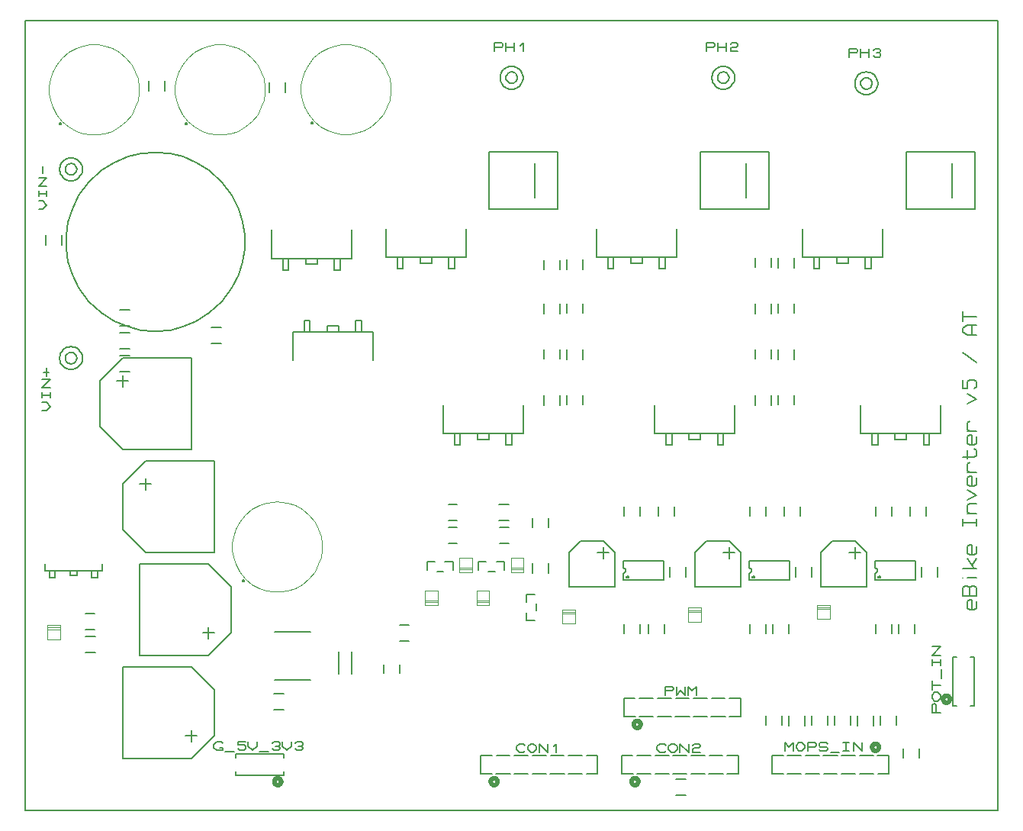
<source format=gbr>
G04 PROTEUS GERBER X2 FILE*
%TF.GenerationSoftware,Labcenter,Proteus,8.7-SP3-Build25561*%
%TF.CreationDate,2021-07-01T20:15:02+00:00*%
%TF.FileFunction,Legend,Top*%
%TF.FilePolarity,Positive*%
%TF.Part,Single*%
%TF.SameCoordinates,{0ff4b75a-929f-468c-805a-ac40d57636d7}*%
%FSLAX45Y45*%
%MOMM*%
G01*
%TA.AperFunction,Profile*%
%ADD39C,0.203200*%
%TA.AperFunction,Material*%
%ADD43C,0.203200*%
%ADD44C,0.101600*%
%ADD45C,0.200000*%
%ADD46C,0.508000*%
%ADD47C,0.152400*%
%ADD48C,0.120000*%
%TD.AperFunction*%
D39*
X-1079500Y-6413500D02*
X+9715500Y-6413500D01*
X+9715500Y+2349500D01*
X-1079500Y+2349500D01*
X-1079500Y-6413500D01*
D43*
X+6413500Y+254000D02*
X+7175500Y+254000D01*
X+7175500Y+889000D01*
X+6413500Y+889000D01*
X+6413500Y+254000D01*
X+6921500Y+762000D02*
X+6921500Y+381000D01*
X+8699500Y+254000D02*
X+9461500Y+254000D01*
X+9461500Y+889000D01*
X+8699500Y+889000D01*
X+8699500Y+254000D01*
X+9207500Y+762000D02*
X+9207500Y+381000D01*
X+4064000Y+254000D02*
X+4826000Y+254000D01*
X+4826000Y+889000D01*
X+4064000Y+889000D01*
X+4064000Y+254000D01*
X+4572000Y+762000D02*
X+4572000Y+381000D01*
X+4445000Y+1714500D02*
X+4444573Y+1724909D01*
X+4441101Y+1745728D01*
X+4433845Y+1766547D01*
X+4422017Y+1787366D01*
X+4403920Y+1808024D01*
X+4383101Y+1823545D01*
X+4362282Y+1833530D01*
X+4341463Y+1839314D01*
X+4320644Y+1841472D01*
X+4318000Y+1841500D01*
X+4191000Y+1714500D02*
X+4191427Y+1724909D01*
X+4194899Y+1745728D01*
X+4202155Y+1766547D01*
X+4213983Y+1787366D01*
X+4232080Y+1808024D01*
X+4252899Y+1823545D01*
X+4273718Y+1833530D01*
X+4294537Y+1839314D01*
X+4315356Y+1841472D01*
X+4318000Y+1841500D01*
X+4191000Y+1714500D02*
X+4191427Y+1704091D01*
X+4194899Y+1683272D01*
X+4202155Y+1662453D01*
X+4213983Y+1641634D01*
X+4232080Y+1620976D01*
X+4252899Y+1605455D01*
X+4273718Y+1595470D01*
X+4294537Y+1589686D01*
X+4315356Y+1587528D01*
X+4318000Y+1587500D01*
X+4445000Y+1714500D02*
X+4444573Y+1704091D01*
X+4441101Y+1683272D01*
X+4433845Y+1662453D01*
X+4422017Y+1641634D01*
X+4403920Y+1620976D01*
X+4383101Y+1605455D01*
X+4362282Y+1595470D01*
X+4341463Y+1589686D01*
X+4320644Y+1587528D01*
X+4318000Y+1587500D01*
X+4381500Y+1714500D02*
X+4381283Y+1719747D01*
X+4379518Y+1730242D01*
X+4375826Y+1740737D01*
X+4369798Y+1751232D01*
X+4360576Y+1761612D01*
X+4350081Y+1769300D01*
X+4339586Y+1774218D01*
X+4329091Y+1777024D01*
X+4318596Y+1777997D01*
X+4318000Y+1778000D01*
X+4254500Y+1714500D02*
X+4254717Y+1719747D01*
X+4256482Y+1730242D01*
X+4260174Y+1740737D01*
X+4266202Y+1751232D01*
X+4275424Y+1761612D01*
X+4285919Y+1769300D01*
X+4296414Y+1774218D01*
X+4306909Y+1777024D01*
X+4317404Y+1777997D01*
X+4318000Y+1778000D01*
X+4254500Y+1714500D02*
X+4254717Y+1709253D01*
X+4256482Y+1698758D01*
X+4260174Y+1688263D01*
X+4266202Y+1677768D01*
X+4275424Y+1667388D01*
X+4285919Y+1659700D01*
X+4296414Y+1654782D01*
X+4306909Y+1651976D01*
X+4317404Y+1651003D01*
X+4318000Y+1651000D01*
X+4381500Y+1714500D02*
X+4381283Y+1709253D01*
X+4379518Y+1698758D01*
X+4375826Y+1688263D01*
X+4369798Y+1677768D01*
X+4360576Y+1667388D01*
X+4350081Y+1659700D01*
X+4339586Y+1654782D01*
X+4329091Y+1651976D01*
X+4318596Y+1651003D01*
X+4318000Y+1651000D01*
X+4127500Y+2009140D02*
X+4127500Y+2100580D01*
X+4206875Y+2100580D01*
X+4222750Y+2085340D01*
X+4222750Y+2070100D01*
X+4206875Y+2054860D01*
X+4127500Y+2054860D01*
X+4254500Y+2009140D02*
X+4254500Y+2100580D01*
X+4349750Y+2100580D02*
X+4349750Y+2009140D01*
X+4254500Y+2054860D02*
X+4349750Y+2054860D01*
X+4413250Y+2070100D02*
X+4445000Y+2100580D01*
X+4445000Y+2009140D01*
X+6794500Y+1714500D02*
X+6794073Y+1724909D01*
X+6790601Y+1745728D01*
X+6783345Y+1766547D01*
X+6771517Y+1787366D01*
X+6753420Y+1808024D01*
X+6732601Y+1823545D01*
X+6711782Y+1833530D01*
X+6690963Y+1839314D01*
X+6670144Y+1841472D01*
X+6667500Y+1841500D01*
X+6540500Y+1714500D02*
X+6540927Y+1724909D01*
X+6544399Y+1745728D01*
X+6551655Y+1766547D01*
X+6563483Y+1787366D01*
X+6581580Y+1808024D01*
X+6602399Y+1823545D01*
X+6623218Y+1833530D01*
X+6644037Y+1839314D01*
X+6664856Y+1841472D01*
X+6667500Y+1841500D01*
X+6540500Y+1714500D02*
X+6540927Y+1704091D01*
X+6544399Y+1683272D01*
X+6551655Y+1662453D01*
X+6563483Y+1641634D01*
X+6581580Y+1620976D01*
X+6602399Y+1605455D01*
X+6623218Y+1595470D01*
X+6644037Y+1589686D01*
X+6664856Y+1587528D01*
X+6667500Y+1587500D01*
X+6794500Y+1714500D02*
X+6794073Y+1704091D01*
X+6790601Y+1683272D01*
X+6783345Y+1662453D01*
X+6771517Y+1641634D01*
X+6753420Y+1620976D01*
X+6732601Y+1605455D01*
X+6711782Y+1595470D01*
X+6690963Y+1589686D01*
X+6670144Y+1587528D01*
X+6667500Y+1587500D01*
X+6731000Y+1714500D02*
X+6730783Y+1719747D01*
X+6729018Y+1730242D01*
X+6725326Y+1740737D01*
X+6719298Y+1751232D01*
X+6710076Y+1761612D01*
X+6699581Y+1769300D01*
X+6689086Y+1774218D01*
X+6678591Y+1777024D01*
X+6668096Y+1777997D01*
X+6667500Y+1778000D01*
X+6604000Y+1714500D02*
X+6604217Y+1719747D01*
X+6605982Y+1730242D01*
X+6609674Y+1740737D01*
X+6615702Y+1751232D01*
X+6624924Y+1761612D01*
X+6635419Y+1769300D01*
X+6645914Y+1774218D01*
X+6656409Y+1777024D01*
X+6666904Y+1777997D01*
X+6667500Y+1778000D01*
X+6604000Y+1714500D02*
X+6604217Y+1709253D01*
X+6605982Y+1698758D01*
X+6609674Y+1688263D01*
X+6615702Y+1677768D01*
X+6624924Y+1667388D01*
X+6635419Y+1659700D01*
X+6645914Y+1654782D01*
X+6656409Y+1651976D01*
X+6666904Y+1651003D01*
X+6667500Y+1651000D01*
X+6731000Y+1714500D02*
X+6730783Y+1709253D01*
X+6729018Y+1698758D01*
X+6725326Y+1688263D01*
X+6719298Y+1677768D01*
X+6710076Y+1667388D01*
X+6699581Y+1659700D01*
X+6689086Y+1654782D01*
X+6678591Y+1651976D01*
X+6668096Y+1651003D01*
X+6667500Y+1651000D01*
X+6477000Y+2009140D02*
X+6477000Y+2100580D01*
X+6556375Y+2100580D01*
X+6572250Y+2085340D01*
X+6572250Y+2070100D01*
X+6556375Y+2054860D01*
X+6477000Y+2054860D01*
X+6604000Y+2009140D02*
X+6604000Y+2100580D01*
X+6699250Y+2100580D02*
X+6699250Y+2009140D01*
X+6604000Y+2054860D02*
X+6699250Y+2054860D01*
X+6746875Y+2085340D02*
X+6762750Y+2100580D01*
X+6810375Y+2100580D01*
X+6826250Y+2085340D01*
X+6826250Y+2070100D01*
X+6810375Y+2054860D01*
X+6762750Y+2054860D01*
X+6746875Y+2039620D01*
X+6746875Y+2009140D01*
X+6826250Y+2009140D01*
X+8382000Y+1651000D02*
X+8381573Y+1661409D01*
X+8378101Y+1682228D01*
X+8370845Y+1703047D01*
X+8359017Y+1723866D01*
X+8340920Y+1744524D01*
X+8320101Y+1760045D01*
X+8299282Y+1770030D01*
X+8278463Y+1775814D01*
X+8257644Y+1777972D01*
X+8255000Y+1778000D01*
X+8128000Y+1651000D02*
X+8128427Y+1661409D01*
X+8131899Y+1682228D01*
X+8139155Y+1703047D01*
X+8150983Y+1723866D01*
X+8169080Y+1744524D01*
X+8189899Y+1760045D01*
X+8210718Y+1770030D01*
X+8231537Y+1775814D01*
X+8252356Y+1777972D01*
X+8255000Y+1778000D01*
X+8128000Y+1651000D02*
X+8128427Y+1640591D01*
X+8131899Y+1619772D01*
X+8139155Y+1598953D01*
X+8150983Y+1578134D01*
X+8169080Y+1557476D01*
X+8189899Y+1541955D01*
X+8210718Y+1531970D01*
X+8231537Y+1526186D01*
X+8252356Y+1524028D01*
X+8255000Y+1524000D01*
X+8382000Y+1651000D02*
X+8381573Y+1640591D01*
X+8378101Y+1619772D01*
X+8370845Y+1598953D01*
X+8359017Y+1578134D01*
X+8340920Y+1557476D01*
X+8320101Y+1541955D01*
X+8299282Y+1531970D01*
X+8278463Y+1526186D01*
X+8257644Y+1524028D01*
X+8255000Y+1524000D01*
X+8318500Y+1651000D02*
X+8318283Y+1656247D01*
X+8316518Y+1666742D01*
X+8312826Y+1677237D01*
X+8306798Y+1687732D01*
X+8297576Y+1698112D01*
X+8287081Y+1705800D01*
X+8276586Y+1710718D01*
X+8266091Y+1713524D01*
X+8255596Y+1714497D01*
X+8255000Y+1714500D01*
X+8191500Y+1651000D02*
X+8191717Y+1656247D01*
X+8193482Y+1666742D01*
X+8197174Y+1677237D01*
X+8203202Y+1687732D01*
X+8212424Y+1698112D01*
X+8222919Y+1705800D01*
X+8233414Y+1710718D01*
X+8243909Y+1713524D01*
X+8254404Y+1714497D01*
X+8255000Y+1714500D01*
X+8191500Y+1651000D02*
X+8191717Y+1645753D01*
X+8193482Y+1635258D01*
X+8197174Y+1624763D01*
X+8203202Y+1614268D01*
X+8212424Y+1603888D01*
X+8222919Y+1596200D01*
X+8233414Y+1591282D01*
X+8243909Y+1588476D01*
X+8254404Y+1587503D01*
X+8255000Y+1587500D01*
X+8318500Y+1651000D02*
X+8318283Y+1645753D01*
X+8316518Y+1635258D01*
X+8312826Y+1624763D01*
X+8306798Y+1614268D01*
X+8297576Y+1603888D01*
X+8287081Y+1596200D01*
X+8276586Y+1591282D01*
X+8266091Y+1588476D01*
X+8255596Y+1587503D01*
X+8255000Y+1587500D01*
X+8064500Y+1945640D02*
X+8064500Y+2037080D01*
X+8143875Y+2037080D01*
X+8159750Y+2021840D01*
X+8159750Y+2006600D01*
X+8143875Y+1991360D01*
X+8064500Y+1991360D01*
X+8191500Y+1945640D02*
X+8191500Y+2037080D01*
X+8286750Y+2037080D02*
X+8286750Y+1945640D01*
X+8191500Y+1991360D02*
X+8286750Y+1991360D01*
X+8334375Y+2021840D02*
X+8350250Y+2037080D01*
X+8397875Y+2037080D01*
X+8413750Y+2021840D01*
X+8413750Y+2006600D01*
X+8397875Y+1991360D01*
X+8413750Y+1976120D01*
X+8413750Y+1960880D01*
X+8397875Y+1945640D01*
X+8350250Y+1945640D01*
X+8334375Y+1960880D01*
X+8366125Y+1991360D02*
X+8397875Y+1991360D01*
X+254000Y-2540000D02*
X+0Y-2794000D01*
X+0Y-3302000D01*
X+254000Y-3556000D01*
X+1016000Y-3556000D01*
X+1016000Y-2540000D01*
X+254000Y-2540000D01*
X+190500Y-2794000D02*
X+317500Y-2794000D01*
X+254000Y-2730500D02*
X+254000Y-2857500D01*
X+0Y-1397000D02*
X-254000Y-1651000D01*
X-254000Y-2159000D01*
X+0Y-2413000D01*
X+762000Y-2413000D01*
X+762000Y-1397000D01*
X+0Y-1397000D01*
X-63500Y-1651000D02*
X+63500Y-1651000D01*
X+0Y-1587500D02*
X+0Y-1714500D01*
X-863600Y-3683000D02*
X-863600Y-3759200D01*
X-228600Y-3759200D01*
X-228600Y-3683000D01*
X-584200Y-3759200D02*
X-584200Y-3810000D01*
X-508000Y-3810000D01*
X-508000Y-3759200D01*
X-812800Y-3759200D02*
X-812800Y-3835400D01*
X-749300Y-3835400D01*
X-749300Y-3759200D01*
X-279400Y-3759200D02*
X-279400Y-3835400D01*
X-342900Y-3835400D01*
X-342900Y-3759200D02*
X-342900Y-3835400D01*
D44*
X-692000Y-4385460D02*
X-832000Y-4385460D01*
X-692000Y-4405460D02*
X-832000Y-4405460D01*
X-832000Y-4515460D02*
X-692000Y-4515460D01*
X-692000Y-4355460D01*
X-832000Y-4355460D01*
X-832000Y-4515460D01*
D45*
X-413000Y-4408000D02*
X-313000Y-4408000D01*
X-413000Y-4228000D02*
X-313000Y-4228000D01*
D43*
X+952500Y-4699000D02*
X+1206500Y-4445000D01*
X+1206500Y-3937000D01*
X+952500Y-3683000D01*
X+190500Y-3683000D01*
X+190500Y-4699000D01*
X+952500Y-4699000D01*
X+1016000Y-4445000D02*
X+889000Y-4445000D01*
X+952500Y-4508500D02*
X+952500Y-4381500D01*
D45*
X+2087500Y-4434000D02*
X+1687500Y-4434000D01*
X+2087500Y-4964000D02*
X+1687500Y-4964000D01*
D43*
X+2399837Y-4896337D02*
X+2399837Y-4656337D01*
X+2539837Y-4896337D02*
X+2539837Y-4656337D01*
D45*
X-413000Y-4662000D02*
X-303000Y-4662000D01*
X-413000Y-4482000D02*
X-303000Y-4482000D01*
X+2894500Y-4794000D02*
X+2894500Y-4894000D01*
X+3074500Y-4794000D02*
X+3074500Y-4894000D01*
X+3179500Y-4355000D02*
X+3079500Y-4355000D01*
X+3179500Y-4535000D02*
X+3079500Y-4535000D01*
X+78000Y-1370500D02*
X-32000Y-1370500D01*
X+78000Y-1550500D02*
X-32000Y-1550500D01*
X+78000Y-862500D02*
X-32000Y-862500D01*
X+78000Y-1042500D02*
X-32000Y-1042500D01*
X+78000Y-1116500D02*
X-32000Y-1116500D01*
X+78000Y-1296500D02*
X-32000Y-1296500D01*
X+291000Y+1683000D02*
X+291000Y+1573000D01*
X+471000Y+1683000D02*
X+471000Y+1573000D01*
X+1624500Y+1665500D02*
X+1624500Y+1555500D01*
X+1804500Y+1665500D02*
X+1804500Y+1555500D01*
X+984000Y-1233000D02*
X+1094000Y-1233000D01*
X+984000Y-1053000D02*
X+1094000Y-1053000D01*
D43*
X-444500Y+698500D02*
X-444927Y+708909D01*
X-448399Y+729728D01*
X-455655Y+750547D01*
X-467483Y+771366D01*
X-485580Y+792024D01*
X-506399Y+807545D01*
X-527218Y+817530D01*
X-548037Y+823314D01*
X-568856Y+825472D01*
X-571500Y+825500D01*
X-698500Y+698500D02*
X-698073Y+708909D01*
X-694601Y+729728D01*
X-687345Y+750547D01*
X-675517Y+771366D01*
X-657420Y+792024D01*
X-636601Y+807545D01*
X-615782Y+817530D01*
X-594963Y+823314D01*
X-574144Y+825472D01*
X-571500Y+825500D01*
X-698500Y+698500D02*
X-698073Y+688091D01*
X-694601Y+667272D01*
X-687345Y+646453D01*
X-675517Y+625634D01*
X-657420Y+604976D01*
X-636601Y+589455D01*
X-615782Y+579470D01*
X-594963Y+573686D01*
X-574144Y+571528D01*
X-571500Y+571500D01*
X-444500Y+698500D02*
X-444927Y+688091D01*
X-448399Y+667272D01*
X-455655Y+646453D01*
X-467483Y+625634D01*
X-485580Y+604976D01*
X-506399Y+589455D01*
X-527218Y+579470D01*
X-548037Y+573686D01*
X-568856Y+571528D01*
X-571500Y+571500D01*
X-508000Y+698500D02*
X-508217Y+703747D01*
X-509982Y+714242D01*
X-513674Y+724737D01*
X-519702Y+735232D01*
X-528924Y+745612D01*
X-539419Y+753300D01*
X-549914Y+758218D01*
X-560409Y+761024D01*
X-570904Y+761997D01*
X-571500Y+762000D01*
X-635000Y+698500D02*
X-634783Y+703747D01*
X-633018Y+714242D01*
X-629326Y+724737D01*
X-623298Y+735232D01*
X-614076Y+745612D01*
X-603581Y+753300D01*
X-593086Y+758218D01*
X-582591Y+761024D01*
X-572096Y+761997D01*
X-571500Y+762000D01*
X-635000Y+698500D02*
X-634783Y+693253D01*
X-633018Y+682758D01*
X-629326Y+672263D01*
X-623298Y+661768D01*
X-614076Y+651388D01*
X-603581Y+643700D01*
X-593086Y+638782D01*
X-582591Y+635976D01*
X-572096Y+635003D01*
X-571500Y+635000D01*
X-508000Y+698500D02*
X-508217Y+693253D01*
X-509982Y+682758D01*
X-513674Y+672263D01*
X-519702Y+661768D01*
X-528924Y+651388D01*
X-539419Y+643700D01*
X-549914Y+638782D01*
X-560409Y+635976D01*
X-570904Y+635003D01*
X-571500Y+635000D01*
X-932180Y+254000D02*
X-886460Y+254000D01*
X-840740Y+301625D01*
X-886460Y+349250D01*
X-932180Y+349250D01*
X-932180Y+396875D02*
X-932180Y+460375D01*
X-932180Y+428625D02*
X-840740Y+428625D01*
X-840740Y+396875D02*
X-840740Y+460375D01*
X-840740Y+508000D02*
X-932180Y+508000D01*
X-840740Y+603250D01*
X-932180Y+603250D01*
X-886460Y+650875D02*
X-886460Y+730250D01*
X-444500Y-1397000D02*
X-444927Y-1386591D01*
X-448399Y-1365772D01*
X-455655Y-1344953D01*
X-467483Y-1324134D01*
X-485580Y-1303476D01*
X-506399Y-1287955D01*
X-527218Y-1277970D01*
X-548037Y-1272186D01*
X-568856Y-1270028D01*
X-571500Y-1270000D01*
X-698500Y-1397000D02*
X-698073Y-1386591D01*
X-694601Y-1365772D01*
X-687345Y-1344953D01*
X-675517Y-1324134D01*
X-657420Y-1303476D01*
X-636601Y-1287955D01*
X-615782Y-1277970D01*
X-594963Y-1272186D01*
X-574144Y-1270028D01*
X-571500Y-1270000D01*
X-698500Y-1397000D02*
X-698073Y-1407409D01*
X-694601Y-1428228D01*
X-687345Y-1449047D01*
X-675517Y-1469866D01*
X-657420Y-1490524D01*
X-636601Y-1506045D01*
X-615782Y-1516030D01*
X-594963Y-1521814D01*
X-574144Y-1523972D01*
X-571500Y-1524000D01*
X-444500Y-1397000D02*
X-444927Y-1407409D01*
X-448399Y-1428228D01*
X-455655Y-1449047D01*
X-467483Y-1469866D01*
X-485580Y-1490524D01*
X-506399Y-1506045D01*
X-527218Y-1516030D01*
X-548037Y-1521814D01*
X-568856Y-1523972D01*
X-571500Y-1524000D01*
X-508000Y-1397000D02*
X-508217Y-1391753D01*
X-509982Y-1381258D01*
X-513674Y-1370763D01*
X-519702Y-1360268D01*
X-528924Y-1349888D01*
X-539419Y-1342200D01*
X-549914Y-1337282D01*
X-560409Y-1334476D01*
X-570904Y-1333503D01*
X-571500Y-1333500D01*
X-635000Y-1397000D02*
X-634783Y-1391753D01*
X-633018Y-1381258D01*
X-629326Y-1370763D01*
X-623298Y-1360268D01*
X-614076Y-1349888D01*
X-603581Y-1342200D01*
X-593086Y-1337282D01*
X-582591Y-1334476D01*
X-572096Y-1333503D01*
X-571500Y-1333500D01*
X-635000Y-1397000D02*
X-634783Y-1402247D01*
X-633018Y-1412742D01*
X-629326Y-1423237D01*
X-623298Y-1433732D01*
X-614076Y-1444112D01*
X-603581Y-1451800D01*
X-593086Y-1456718D01*
X-582591Y-1459524D01*
X-572096Y-1460497D01*
X-571500Y-1460500D01*
X-508000Y-1397000D02*
X-508217Y-1402247D01*
X-509982Y-1412742D01*
X-513674Y-1423237D01*
X-519702Y-1433732D01*
X-528924Y-1444112D01*
X-539419Y-1451800D01*
X-549914Y-1456718D01*
X-560409Y-1459524D01*
X-570904Y-1460497D01*
X-571500Y-1460500D01*
X-891540Y-1981200D02*
X-845820Y-1981200D01*
X-800100Y-1933575D01*
X-845820Y-1885950D01*
X-891540Y-1885950D01*
X-891540Y-1838325D02*
X-891540Y-1774825D01*
X-891540Y-1806575D02*
X-800100Y-1806575D01*
X-800100Y-1838325D02*
X-800100Y-1774825D01*
X-800100Y-1727200D02*
X-891540Y-1727200D01*
X-800100Y-1631950D01*
X-891540Y-1631950D01*
X-845820Y-1600200D02*
X-845820Y-1504950D01*
X-876300Y-1552575D02*
X-815340Y-1552575D01*
D45*
X+1792500Y-5117000D02*
X+1682500Y-5117000D01*
X+1792500Y-5297000D02*
X+1682500Y-5297000D01*
X+5942500Y-3043500D02*
X+5942500Y-3143500D01*
X+6122500Y-3043500D02*
X+6122500Y-3143500D01*
X+5561500Y-3043500D02*
X+5561500Y-3143500D01*
X+5741500Y-3043500D02*
X+5741500Y-3143500D01*
D43*
X+5554980Y-3860800D02*
X+5554980Y-3779838D01*
X+5565601Y-3777756D01*
X+5574167Y-3772036D01*
X+5579886Y-3763471D01*
X+5581968Y-3752850D01*
X+5554980Y-3725862D02*
X+5565601Y-3727944D01*
X+5574167Y-3733664D01*
X+5579886Y-3742229D01*
X+5581968Y-3752850D01*
X+5554980Y-3725862D02*
X+5554980Y-3644900D01*
X+6002020Y-3784600D02*
X+6002020Y-3721100D01*
X+5588000Y-3860800D02*
X+5969000Y-3860800D01*
X+5588000Y-3644900D02*
X+5969000Y-3644900D01*
X+5588000Y-3860800D02*
X+5554980Y-3860800D01*
X+5554980Y-3644900D02*
X+5588000Y-3644900D01*
X+6002020Y-3721100D02*
X+6002020Y-3644900D01*
X+5969000Y-3644900D01*
X+5969000Y-3860800D02*
X+6002020Y-3860800D01*
X+6002020Y-3784600D01*
X+5614416Y-3825240D02*
X+5614381Y-3824395D01*
X+5614094Y-3822704D01*
X+5613495Y-3821013D01*
X+5612515Y-3819322D01*
X+5611015Y-3817654D01*
X+5609324Y-3816434D01*
X+5607633Y-3815658D01*
X+5605942Y-3815221D01*
X+5604256Y-3815080D01*
X+5594096Y-3825240D02*
X+5594131Y-3824395D01*
X+5594418Y-3822704D01*
X+5595017Y-3821013D01*
X+5595997Y-3819322D01*
X+5597497Y-3817654D01*
X+5599188Y-3816434D01*
X+5600879Y-3815658D01*
X+5602570Y-3815221D01*
X+5604256Y-3815080D01*
X+5594096Y-3825240D02*
X+5594131Y-3826085D01*
X+5594418Y-3827776D01*
X+5595017Y-3829467D01*
X+5595997Y-3831158D01*
X+5597497Y-3832826D01*
X+5599188Y-3834046D01*
X+5600879Y-3834822D01*
X+5602570Y-3835259D01*
X+5604256Y-3835400D01*
X+5614416Y-3825240D02*
X+5614381Y-3826085D01*
X+5614094Y-3827776D01*
X+5613495Y-3829467D01*
X+5612515Y-3831158D01*
X+5611015Y-3832826D01*
X+5609324Y-3834046D01*
X+5607633Y-3834822D01*
X+5605942Y-3835259D01*
X+5604256Y-3835400D01*
X+6951980Y-3860800D02*
X+6951980Y-3779838D01*
X+6962601Y-3777756D01*
X+6971167Y-3772036D01*
X+6976886Y-3763471D01*
X+6978968Y-3752850D01*
X+6951980Y-3725862D02*
X+6962601Y-3727944D01*
X+6971167Y-3733664D01*
X+6976886Y-3742229D01*
X+6978968Y-3752850D01*
X+6951980Y-3725862D02*
X+6951980Y-3644900D01*
X+7399020Y-3784600D02*
X+7399020Y-3721100D01*
X+6985000Y-3860800D02*
X+7366000Y-3860800D01*
X+6985000Y-3644900D02*
X+7366000Y-3644900D01*
X+6985000Y-3860800D02*
X+6951980Y-3860800D01*
X+6951980Y-3644900D02*
X+6985000Y-3644900D01*
X+7399020Y-3721100D02*
X+7399020Y-3644900D01*
X+7366000Y-3644900D01*
X+7366000Y-3860800D02*
X+7399020Y-3860800D01*
X+7399020Y-3784600D01*
X+7011416Y-3825240D02*
X+7011381Y-3824395D01*
X+7011094Y-3822704D01*
X+7010495Y-3821013D01*
X+7009515Y-3819322D01*
X+7008015Y-3817654D01*
X+7006324Y-3816434D01*
X+7004633Y-3815658D01*
X+7002942Y-3815221D01*
X+7001256Y-3815080D01*
X+6991096Y-3825240D02*
X+6991131Y-3824395D01*
X+6991418Y-3822704D01*
X+6992017Y-3821013D01*
X+6992997Y-3819322D01*
X+6994497Y-3817654D01*
X+6996188Y-3816434D01*
X+6997879Y-3815658D01*
X+6999570Y-3815221D01*
X+7001256Y-3815080D01*
X+6991096Y-3825240D02*
X+6991131Y-3826085D01*
X+6991418Y-3827776D01*
X+6992017Y-3829467D01*
X+6992997Y-3831158D01*
X+6994497Y-3832826D01*
X+6996188Y-3834046D01*
X+6997879Y-3834822D01*
X+6999570Y-3835259D01*
X+7001256Y-3835400D01*
X+7011416Y-3825240D02*
X+7011381Y-3826085D01*
X+7011094Y-3827776D01*
X+7010495Y-3829467D01*
X+7009515Y-3831158D01*
X+7008015Y-3832826D01*
X+7006324Y-3834046D01*
X+7004633Y-3834822D01*
X+7002942Y-3835259D01*
X+7001256Y-3835400D01*
X+8348980Y-3860800D02*
X+8348980Y-3779838D01*
X+8359601Y-3777756D01*
X+8368167Y-3772036D01*
X+8373886Y-3763471D01*
X+8375968Y-3752850D01*
X+8348980Y-3725862D02*
X+8359601Y-3727944D01*
X+8368167Y-3733664D01*
X+8373886Y-3742229D01*
X+8375968Y-3752850D01*
X+8348980Y-3725862D02*
X+8348980Y-3644900D01*
X+8796020Y-3784600D02*
X+8796020Y-3721100D01*
X+8382000Y-3860800D02*
X+8763000Y-3860800D01*
X+8382000Y-3644900D02*
X+8763000Y-3644900D01*
X+8382000Y-3860800D02*
X+8348980Y-3860800D01*
X+8348980Y-3644900D02*
X+8382000Y-3644900D01*
X+8796020Y-3721100D02*
X+8796020Y-3644900D01*
X+8763000Y-3644900D01*
X+8763000Y-3860800D02*
X+8796020Y-3860800D01*
X+8796020Y-3784600D01*
X+8408416Y-3825240D02*
X+8408381Y-3824395D01*
X+8408094Y-3822704D01*
X+8407495Y-3821013D01*
X+8406515Y-3819322D01*
X+8405015Y-3817654D01*
X+8403324Y-3816434D01*
X+8401633Y-3815658D01*
X+8399942Y-3815221D01*
X+8398256Y-3815080D01*
X+8388096Y-3825240D02*
X+8388131Y-3824395D01*
X+8388418Y-3822704D01*
X+8389017Y-3821013D01*
X+8389997Y-3819322D01*
X+8391497Y-3817654D01*
X+8393188Y-3816434D01*
X+8394879Y-3815658D01*
X+8396570Y-3815221D01*
X+8398256Y-3815080D01*
X+8388096Y-3825240D02*
X+8388131Y-3826085D01*
X+8388418Y-3827776D01*
X+8389017Y-3829467D01*
X+8389997Y-3831158D01*
X+8391497Y-3832826D01*
X+8393188Y-3834046D01*
X+8394879Y-3834822D01*
X+8396570Y-3835259D01*
X+8398256Y-3835400D01*
X+8408416Y-3825240D02*
X+8408381Y-3826085D01*
X+8408094Y-3827776D01*
X+8407495Y-3829467D01*
X+8406515Y-3831158D01*
X+8405015Y-3832826D01*
X+8403324Y-3834046D01*
X+8401633Y-3834822D01*
X+8399942Y-3835259D01*
X+8398256Y-3835400D01*
D45*
X+6958500Y-3043500D02*
X+6958500Y-3143500D01*
X+7138500Y-3043500D02*
X+7138500Y-3143500D01*
D43*
X+5461000Y-3556000D02*
X+5334000Y-3429000D01*
X+5080000Y-3429000D01*
X+4953000Y-3556000D01*
X+4953000Y-3937000D01*
X+5461000Y-3937000D01*
X+5461000Y-3556000D01*
X+5334000Y-3492500D02*
X+5334000Y-3619500D01*
X+5397500Y-3556000D02*
X+5270500Y-3556000D01*
X+6858000Y-3556000D02*
X+6731000Y-3429000D01*
X+6477000Y-3429000D01*
X+6350000Y-3556000D01*
X+6350000Y-3937000D01*
X+6858000Y-3937000D01*
X+6858000Y-3556000D01*
X+6731000Y-3492500D02*
X+6731000Y-3619500D01*
X+6794500Y-3556000D02*
X+6667500Y-3556000D01*
X+8255000Y-3556000D02*
X+8128000Y-3429000D01*
X+7874000Y-3429000D01*
X+7747000Y-3556000D01*
X+7747000Y-3937000D01*
X+8255000Y-3937000D01*
X+8255000Y-3556000D01*
X+8128000Y-3492500D02*
X+8128000Y-3619500D01*
X+8191500Y-3556000D02*
X+8064500Y-3556000D01*
D44*
X+5023000Y-4213960D02*
X+4883000Y-4213960D01*
X+5023000Y-4233960D02*
X+4883000Y-4233960D01*
X+4883000Y-4343960D02*
X+5023000Y-4343960D01*
X+5023000Y-4183960D01*
X+4883000Y-4183960D01*
X+4883000Y-4343960D01*
X+6420000Y-4194910D02*
X+6280000Y-4194910D01*
X+6420000Y-4214910D02*
X+6280000Y-4214910D01*
X+6280000Y-4324910D02*
X+6420000Y-4324910D01*
X+6420000Y-4164910D01*
X+6280000Y-4164910D01*
X+6280000Y-4324910D01*
X+7848750Y-4163160D02*
X+7708750Y-4163160D01*
X+7848750Y-4183160D02*
X+7708750Y-4183160D01*
X+7708750Y-4293160D02*
X+7848750Y-4293160D01*
X+7848750Y-4133160D01*
X+7708750Y-4133160D01*
X+7708750Y-4293160D01*
D45*
X+6069500Y-3714500D02*
X+6069500Y-3824500D01*
X+6249500Y-3714500D02*
X+6249500Y-3824500D01*
X+7466500Y-3714500D02*
X+7466500Y-3824500D01*
X+7646500Y-3714500D02*
X+7646500Y-3824500D01*
X+8863500Y-3714500D02*
X+8863500Y-3824500D01*
X+9043500Y-3714500D02*
X+9043500Y-3824500D01*
X+7339500Y-3043500D02*
X+7339500Y-3143500D01*
X+7519500Y-3043500D02*
X+7519500Y-3143500D01*
X+8355500Y-3043500D02*
X+8355500Y-3143500D01*
X+8535500Y-3043500D02*
X+8535500Y-3143500D01*
X+8736500Y-3043500D02*
X+8736500Y-3143500D01*
X+8916500Y-3043500D02*
X+8916500Y-3143500D01*
X+5741500Y-4449500D02*
X+5741500Y-4349500D01*
X+5561500Y-4449500D02*
X+5561500Y-4349500D01*
X+6013000Y-4449500D02*
X+6013000Y-4349500D01*
X+5833000Y-4449500D02*
X+5833000Y-4349500D01*
X+7138500Y-4449500D02*
X+7138500Y-4349500D01*
X+6958500Y-4449500D02*
X+6958500Y-4349500D01*
X+4926500Y-793500D02*
X+4926500Y-893500D01*
X+5106500Y-793500D02*
X+5106500Y-893500D01*
X+4672500Y-313000D02*
X+4672500Y-413000D01*
X+4852500Y-313000D02*
X+4852500Y-413000D01*
X+4926500Y-1809500D02*
X+4926500Y-1909500D01*
X+5106500Y-1809500D02*
X+5106500Y-1909500D01*
X+4672500Y-1301500D02*
X+4672500Y-1401500D01*
X+4852500Y-1301500D02*
X+4852500Y-1401500D01*
X+4926500Y-303000D02*
X+4926500Y-413000D01*
X+5106500Y-303000D02*
X+5106500Y-413000D01*
X+4672500Y-793500D02*
X+4672500Y-903500D01*
X+4852500Y-793500D02*
X+4852500Y-903500D01*
X+4926500Y-1301500D02*
X+4926500Y-1411500D01*
X+5106500Y-1301500D02*
X+5106500Y-1411500D01*
X+4672500Y-1809500D02*
X+4672500Y-1919500D01*
X+4852500Y-1809500D02*
X+4852500Y-1919500D01*
X+7276000Y-285500D02*
X+7276000Y-395500D01*
X+7456000Y-285500D02*
X+7456000Y-395500D01*
X+7022000Y-793500D02*
X+7022000Y-903500D01*
X+7202000Y-793500D02*
X+7202000Y-903500D01*
X+7276000Y-1301500D02*
X+7276000Y-1411500D01*
X+7456000Y-1301500D02*
X+7456000Y-1411500D01*
X+7022000Y-1809500D02*
X+7022000Y-1919500D01*
X+7202000Y-1809500D02*
X+7202000Y-1919500D01*
X+7276000Y-793500D02*
X+7276000Y-893500D01*
X+7456000Y-793500D02*
X+7456000Y-893500D01*
X+7022000Y-285500D02*
X+7022000Y-385500D01*
X+7202000Y-285500D02*
X+7202000Y-385500D01*
X+7276000Y-1809500D02*
X+7276000Y-1909500D01*
X+7456000Y-1809500D02*
X+7456000Y-1909500D01*
X+7022000Y-1301500D02*
X+7022000Y-1401500D01*
X+7202000Y-1301500D02*
X+7202000Y-1401500D01*
D43*
X+3667760Y-3655060D02*
X+3578860Y-3655060D01*
X+3561080Y-3766820D02*
X+3489960Y-3766820D01*
X+3667760Y-3655060D02*
X+3667760Y-3746500D01*
X+3378200Y-3749040D02*
X+3378200Y-3655060D01*
X+3464560Y-3655060D01*
X+4239260Y-3655060D02*
X+4150360Y-3655060D01*
X+4132580Y-3766820D02*
X+4061460Y-3766820D01*
X+4239260Y-3655060D02*
X+4239260Y-3746500D01*
X+3949700Y-3749040D02*
X+3949700Y-3655060D01*
X+4036060Y-3655060D01*
X+4480560Y-4015740D02*
X+4480560Y-4104640D01*
X+4592320Y-4122420D02*
X+4592320Y-4193540D01*
X+4480560Y-4015740D02*
X+4572000Y-4015740D01*
X+4574540Y-4305300D02*
X+4480560Y-4305300D01*
X+4480560Y-4218940D01*
D44*
X+3740000Y-3742590D02*
X+3880000Y-3742590D01*
X+3740000Y-3722590D02*
X+3880000Y-3722590D01*
X+3740000Y-3772590D02*
X+3880000Y-3772590D01*
X+3880000Y-3612590D01*
X+3740000Y-3612590D01*
X+3740000Y-3772590D01*
X+3359000Y-4104540D02*
X+3499000Y-4104540D01*
X+3359000Y-4084540D02*
X+3499000Y-4084540D01*
X+3359000Y-4134540D02*
X+3499000Y-4134540D01*
X+3499000Y-3974540D01*
X+3359000Y-3974540D01*
X+3359000Y-4134540D01*
X+4311500Y-3742590D02*
X+4451500Y-3742590D01*
X+4311500Y-3722590D02*
X+4451500Y-3722590D01*
X+4311500Y-3772590D02*
X+4451500Y-3772590D01*
X+4451500Y-3612590D01*
X+4311500Y-3612590D01*
X+4311500Y-3772590D01*
X+3930500Y-4104540D02*
X+4070500Y-4104540D01*
X+3930500Y-4084540D02*
X+4070500Y-4084540D01*
X+3930500Y-4134540D02*
X+4070500Y-4134540D01*
X+4070500Y-3974540D01*
X+3930500Y-3974540D01*
X+3930500Y-4134540D01*
D45*
X+3615000Y-3455500D02*
X+3715000Y-3455500D01*
X+3615000Y-3275500D02*
X+3715000Y-3275500D01*
X+3615000Y-3201500D02*
X+3715000Y-3201500D01*
X+3615000Y-3021500D02*
X+3715000Y-3021500D01*
X+4286500Y-3275500D02*
X+4186500Y-3275500D01*
X+4286500Y-3455500D02*
X+4186500Y-3455500D01*
X+4545500Y-3170500D02*
X+4545500Y-3270500D01*
X+4725500Y-3170500D02*
X+4725500Y-3270500D01*
X+4725500Y-3778500D02*
X+4725500Y-3668500D01*
X+4545500Y-3778500D02*
X+4545500Y-3668500D01*
X+4286500Y-3021500D02*
X+4176500Y-3021500D01*
X+4286500Y-3201500D02*
X+4176500Y-3201500D01*
X+8789500Y-4449500D02*
X+8789500Y-4349500D01*
X+8609500Y-4449500D02*
X+8609500Y-4349500D01*
D43*
X+762000Y-5842000D02*
X+1016000Y-5588000D01*
X+1016000Y-5080000D01*
X+762000Y-4826000D01*
X+0Y-4826000D01*
X+0Y-5842000D01*
X+762000Y-5842000D01*
X+825500Y-5588000D02*
X+698500Y-5588000D01*
X+762000Y-5651500D02*
X+762000Y-5524500D01*
D45*
X+6255000Y-6069500D02*
X+6145000Y-6069500D01*
X+6255000Y-6249500D02*
X+6145000Y-6249500D01*
X+8335500Y-5475500D02*
X+8335500Y-5365500D01*
X+8155500Y-5475500D02*
X+8155500Y-5365500D01*
X+7573500Y-5475499D02*
X+7573500Y-5365499D01*
X+7393500Y-5475499D02*
X+7393500Y-5365499D01*
X-852000Y-31500D02*
X-852000Y-141500D01*
X-672000Y-31500D02*
X-672000Y-141500D01*
D46*
X+9182100Y-5181500D02*
X+9181969Y-5178342D01*
X+9180903Y-5172024D01*
X+9178672Y-5165706D01*
X+9175027Y-5159388D01*
X+9169452Y-5153149D01*
X+9163134Y-5148553D01*
X+9156816Y-5145620D01*
X+9150498Y-5143958D01*
X+9144180Y-5143400D01*
X+9144000Y-5143400D01*
X+9105900Y-5181500D02*
X+9106031Y-5178342D01*
X+9107097Y-5172024D01*
X+9109328Y-5165706D01*
X+9112973Y-5159388D01*
X+9118548Y-5153149D01*
X+9124866Y-5148553D01*
X+9131184Y-5145620D01*
X+9137502Y-5143958D01*
X+9143820Y-5143400D01*
X+9144000Y-5143400D01*
X+9105900Y-5181500D02*
X+9106031Y-5184658D01*
X+9107097Y-5190976D01*
X+9109328Y-5197294D01*
X+9112973Y-5203612D01*
X+9118548Y-5209851D01*
X+9124866Y-5214447D01*
X+9131184Y-5217380D01*
X+9137502Y-5219042D01*
X+9143820Y-5219600D01*
X+9144000Y-5219600D01*
X+9182100Y-5181500D02*
X+9181969Y-5184658D01*
X+9180903Y-5190976D01*
X+9178672Y-5197294D01*
X+9175027Y-5203612D01*
X+9169452Y-5209851D01*
X+9163134Y-5214447D01*
X+9156816Y-5217380D01*
X+9150498Y-5219042D01*
X+9144180Y-5219600D01*
X+9144000Y-5219600D01*
D47*
X+9215120Y-4711650D02*
X+9215120Y-5251350D01*
X+9258635Y-5251350D01*
X+9453880Y-5251350D02*
X+9453880Y-4711650D01*
X+9410365Y-4711650D01*
X+9258635Y-4711650D02*
X+9215120Y-4711650D01*
X+9410365Y-5251350D02*
X+9453880Y-5251350D01*
D43*
X+9075420Y-5327067D02*
X+8983980Y-5327067D01*
X+8983980Y-5247692D01*
X+8999220Y-5231817D01*
X+9014460Y-5231817D01*
X+9029700Y-5247692D01*
X+9029700Y-5327067D01*
X+9014460Y-5200067D02*
X+8983980Y-5168317D01*
X+8983980Y-5136567D01*
X+9014460Y-5104817D01*
X+9044940Y-5104817D01*
X+9075420Y-5136567D01*
X+9075420Y-5168317D01*
X+9044940Y-5200067D01*
X+9014460Y-5200067D01*
X+8983980Y-5073067D02*
X+8983980Y-4977817D01*
X+8983980Y-5025442D02*
X+9075420Y-5025442D01*
X+9090660Y-4946067D02*
X+9090660Y-4850817D01*
X+8983980Y-4803192D02*
X+8983980Y-4739692D01*
X+8983980Y-4771442D02*
X+9075420Y-4771442D01*
X+9075420Y-4803192D02*
X+9075420Y-4739692D01*
X+9075420Y-4692067D02*
X+8983980Y-4692067D01*
X+9075420Y-4596817D01*
X+8983980Y-4596817D01*
D45*
X+7392500Y-4449500D02*
X+7392500Y-4349500D01*
X+7212500Y-4449500D02*
X+7212500Y-4349500D01*
X+8535500Y-4449500D02*
X+8535500Y-4349500D01*
X+8355500Y-4449500D02*
X+8355500Y-4349500D01*
X+8663500Y-5730301D02*
X+8663500Y-5830301D01*
X+8843500Y-5730301D02*
X+8843500Y-5830301D01*
X+7901500Y-5365500D02*
X+7901500Y-5465500D01*
X+8081500Y-5365500D02*
X+8081500Y-5465500D01*
X+7647500Y-5365500D02*
X+7647500Y-5465500D01*
X+7827500Y-5365500D02*
X+7827500Y-5465500D01*
X+8409500Y-5365500D02*
X+8409500Y-5465500D01*
X+8589500Y-5365500D02*
X+8589500Y-5465500D01*
X+7139500Y-5365500D02*
X+7139500Y-5465500D01*
X+7319500Y-5365500D02*
X+7319500Y-5465500D01*
D46*
X+8394600Y-5715000D02*
X+8394469Y-5711842D01*
X+8393403Y-5705524D01*
X+8391172Y-5699206D01*
X+8387527Y-5692888D01*
X+8381952Y-5686649D01*
X+8375634Y-5682053D01*
X+8369316Y-5679120D01*
X+8362998Y-5677458D01*
X+8356680Y-5676900D01*
X+8356500Y-5676900D01*
X+8318400Y-5715000D02*
X+8318531Y-5711842D01*
X+8319597Y-5705524D01*
X+8321828Y-5699206D01*
X+8325473Y-5692888D01*
X+8331048Y-5686649D01*
X+8337366Y-5682053D01*
X+8343684Y-5679120D01*
X+8350002Y-5677458D01*
X+8356320Y-5676900D01*
X+8356500Y-5676900D01*
X+8318400Y-5715000D02*
X+8318531Y-5718158D01*
X+8319597Y-5724476D01*
X+8321828Y-5730794D01*
X+8325473Y-5737112D01*
X+8331048Y-5743351D01*
X+8337366Y-5747947D01*
X+8343684Y-5750880D01*
X+8350002Y-5752542D01*
X+8356320Y-5753100D01*
X+8356500Y-5753100D01*
X+8394600Y-5715000D02*
X+8394469Y-5718158D01*
X+8393403Y-5724476D01*
X+8391172Y-5730794D01*
X+8387527Y-5737112D01*
X+8381952Y-5743351D01*
X+8375634Y-5747947D01*
X+8369316Y-5750880D01*
X+8362998Y-5752542D01*
X+8356680Y-5753100D01*
X+8356500Y-5753100D01*
D47*
X+8505470Y-5804840D02*
X+8378907Y-5804840D01*
X+7207530Y-5804840D02*
X+7207530Y-6005500D01*
X+7331309Y-6005500D01*
X+8505470Y-6005500D02*
X+8505470Y-5804840D01*
X+7334093Y-5804840D02*
X+7207530Y-5804840D01*
X+7381691Y-6005500D02*
X+7531309Y-6005500D01*
X+7534093Y-5804840D02*
X+7378907Y-5804840D01*
X+7581691Y-6005500D02*
X+7731309Y-6005500D01*
X+7734093Y-5804840D02*
X+7578907Y-5804840D01*
X+7781691Y-6005500D02*
X+7931309Y-6005500D01*
X+7934093Y-5804840D02*
X+7778907Y-5804840D01*
X+7981691Y-6005500D02*
X+8131309Y-6005500D01*
X+8134093Y-5804840D02*
X+7978907Y-5804840D01*
X+8181691Y-6005500D02*
X+8331309Y-6005500D01*
X+8381691Y-6005500D02*
X+8505470Y-6005500D01*
X+8334093Y-5804840D02*
X+8178907Y-5804840D01*
D43*
X+7348500Y-5755124D02*
X+7348500Y-5663684D01*
X+7396125Y-5709404D01*
X+7443750Y-5663684D01*
X+7443750Y-5755124D01*
X+7475500Y-5694164D02*
X+7507250Y-5663684D01*
X+7539000Y-5663684D01*
X+7570750Y-5694164D01*
X+7570750Y-5724644D01*
X+7539000Y-5755124D01*
X+7507250Y-5755124D01*
X+7475500Y-5724644D01*
X+7475500Y-5694164D01*
X+7602500Y-5755124D02*
X+7602500Y-5663684D01*
X+7681875Y-5663684D01*
X+7697750Y-5678924D01*
X+7697750Y-5694164D01*
X+7681875Y-5709404D01*
X+7602500Y-5709404D01*
X+7729500Y-5739884D02*
X+7745375Y-5755124D01*
X+7808875Y-5755124D01*
X+7824750Y-5739884D01*
X+7824750Y-5724644D01*
X+7808875Y-5709404D01*
X+7745375Y-5709404D01*
X+7729500Y-5694164D01*
X+7729500Y-5678924D01*
X+7745375Y-5663684D01*
X+7808875Y-5663684D01*
X+7824750Y-5678924D01*
X+7856500Y-5770364D02*
X+7951750Y-5770364D01*
X+7999375Y-5663684D02*
X+8062875Y-5663684D01*
X+8031125Y-5663684D02*
X+8031125Y-5755124D01*
X+7999375Y-5755124D02*
X+8062875Y-5755124D01*
X+8110500Y-5755124D02*
X+8110500Y-5663684D01*
X+8205750Y-5755124D01*
X+8205750Y-5663684D01*
X+1356692Y-106403D02*
X+1353992Y-33266D01*
X+1332120Y+113009D01*
X+1286822Y+259284D01*
X+1214357Y+405559D01*
X+1106810Y+551834D01*
X+963039Y+684778D01*
X+816764Y+776540D01*
X+670489Y+837216D01*
X+524214Y+872603D01*
X+377939Y+885411D01*
X+364791Y+885498D01*
X-627110Y-106403D02*
X-624410Y-33266D01*
X-602538Y+113009D01*
X-557240Y+259284D01*
X-484775Y+405559D01*
X-377228Y+551834D01*
X-233457Y+684778D01*
X-87182Y+776540D01*
X+59093Y+837216D01*
X+205368Y+872603D01*
X+351643Y+885411D01*
X+364791Y+885498D01*
X-627110Y-106403D02*
X-624410Y-179540D01*
X-602538Y-325815D01*
X-557240Y-472090D01*
X-484775Y-618365D01*
X-377228Y-764640D01*
X-233457Y-897584D01*
X-87182Y-989346D01*
X+59093Y-1050022D01*
X+205368Y-1085409D01*
X+351643Y-1098217D01*
X+364791Y-1098304D01*
X+1356692Y-106403D02*
X+1353992Y-179540D01*
X+1332120Y-325815D01*
X+1286822Y-472090D01*
X+1214357Y-618365D01*
X+1106810Y-764640D01*
X+963039Y-897584D01*
X+816764Y-989346D01*
X+670489Y-1050022D01*
X+524214Y-1085409D01*
X+377939Y-1098217D01*
X+364791Y-1098304D01*
D48*
X+1579500Y+1583500D02*
X+1577969Y+1622600D01*
X+1565546Y+1700801D01*
X+1539694Y+1779002D01*
X+1497934Y+1857203D01*
X+1434695Y+1935404D01*
X+1356502Y+1999757D01*
X+1278301Y+2042279D01*
X+1200100Y+2068738D01*
X+1121899Y+2081699D01*
X+1079500Y+2083500D01*
X+579500Y+1583500D02*
X+581031Y+1622600D01*
X+593454Y+1700801D01*
X+619306Y+1779002D01*
X+661066Y+1857203D01*
X+724305Y+1935404D01*
X+802498Y+1999757D01*
X+880699Y+2042279D01*
X+958900Y+2068738D01*
X+1037101Y+2081699D01*
X+1079500Y+2083500D01*
X+579500Y+1583500D02*
X+581031Y+1544400D01*
X+593454Y+1466199D01*
X+619306Y+1387998D01*
X+661066Y+1309797D01*
X+724305Y+1231596D01*
X+802498Y+1167243D01*
X+880699Y+1124721D01*
X+958900Y+1098262D01*
X+1037101Y+1085301D01*
X+1079500Y+1083500D01*
X+1579500Y+1583500D02*
X+1577969Y+1544400D01*
X+1565546Y+1466199D01*
X+1539694Y+1387998D01*
X+1497934Y+1309797D01*
X+1434695Y+1231596D01*
X+1356502Y+1167243D01*
X+1278301Y+1124721D01*
X+1200100Y+1098262D01*
X+1121899Y+1085301D01*
X+1079500Y+1083500D01*
D45*
X+713500Y+1207500D02*
X+713465Y+1208331D01*
X+713184Y+1209995D01*
X+712594Y+1211659D01*
X+711630Y+1213323D01*
X+710155Y+1214964D01*
X+708491Y+1216165D01*
X+706827Y+1216930D01*
X+705163Y+1217361D01*
X+703500Y+1217500D01*
X+693500Y+1207500D02*
X+693535Y+1208331D01*
X+693816Y+1209995D01*
X+694406Y+1211659D01*
X+695370Y+1213323D01*
X+696845Y+1214964D01*
X+698509Y+1216165D01*
X+700173Y+1216930D01*
X+701837Y+1217361D01*
X+703500Y+1217500D01*
X+693500Y+1207500D02*
X+693535Y+1206669D01*
X+693816Y+1205005D01*
X+694406Y+1203341D01*
X+695370Y+1201677D01*
X+696845Y+1200036D01*
X+698509Y+1198835D01*
X+700173Y+1198070D01*
X+701837Y+1197639D01*
X+703500Y+1197500D01*
X+713500Y+1207500D02*
X+713465Y+1206669D01*
X+713184Y+1205005D01*
X+712594Y+1203341D01*
X+711630Y+1201677D01*
X+710155Y+1200036D01*
X+708491Y+1198835D01*
X+706827Y+1198070D01*
X+705163Y+1197639D01*
X+703500Y+1197500D01*
D48*
X+182500Y+1583500D02*
X+180969Y+1622600D01*
X+168546Y+1700801D01*
X+142694Y+1779002D01*
X+100934Y+1857203D01*
X+37695Y+1935404D01*
X-40498Y+1999757D01*
X-118699Y+2042279D01*
X-196900Y+2068738D01*
X-275101Y+2081699D01*
X-317500Y+2083500D01*
X-817500Y+1583500D02*
X-815969Y+1622600D01*
X-803546Y+1700801D01*
X-777694Y+1779002D01*
X-735934Y+1857203D01*
X-672695Y+1935404D01*
X-594502Y+1999757D01*
X-516301Y+2042279D01*
X-438100Y+2068738D01*
X-359899Y+2081699D01*
X-317500Y+2083500D01*
X-817500Y+1583500D02*
X-815969Y+1544400D01*
X-803546Y+1466199D01*
X-777694Y+1387998D01*
X-735934Y+1309797D01*
X-672695Y+1231596D01*
X-594502Y+1167243D01*
X-516301Y+1124721D01*
X-438100Y+1098262D01*
X-359899Y+1085301D01*
X-317500Y+1083500D01*
X+182500Y+1583500D02*
X+180969Y+1544400D01*
X+168546Y+1466199D01*
X+142694Y+1387998D01*
X+100934Y+1309797D01*
X+37695Y+1231596D01*
X-40498Y+1167243D01*
X-118699Y+1124721D01*
X-196900Y+1098262D01*
X-275101Y+1085301D01*
X-317500Y+1083500D01*
D45*
X-683500Y+1207500D02*
X-683535Y+1208331D01*
X-683816Y+1209995D01*
X-684406Y+1211659D01*
X-685370Y+1213323D01*
X-686845Y+1214964D01*
X-688509Y+1216165D01*
X-690173Y+1216930D01*
X-691837Y+1217361D01*
X-693500Y+1217500D01*
X-703500Y+1207500D02*
X-703465Y+1208331D01*
X-703184Y+1209995D01*
X-702594Y+1211659D01*
X-701630Y+1213323D01*
X-700155Y+1214964D01*
X-698491Y+1216165D01*
X-696827Y+1216930D01*
X-695163Y+1217361D01*
X-693500Y+1217500D01*
X-703500Y+1207500D02*
X-703465Y+1206669D01*
X-703184Y+1205005D01*
X-702594Y+1203341D01*
X-701630Y+1201677D01*
X-700155Y+1200036D01*
X-698491Y+1198835D01*
X-696827Y+1198070D01*
X-695163Y+1197639D01*
X-693500Y+1197500D01*
X-683500Y+1207500D02*
X-683535Y+1206669D01*
X-683816Y+1205005D01*
X-684406Y+1203341D01*
X-685370Y+1201677D01*
X-686845Y+1200036D01*
X-688509Y+1198835D01*
X-690173Y+1198070D01*
X-691837Y+1197639D01*
X-693500Y+1197500D01*
D48*
X+2976500Y+1587500D02*
X+2974969Y+1626600D01*
X+2962546Y+1704801D01*
X+2936694Y+1783002D01*
X+2894934Y+1861203D01*
X+2831695Y+1939404D01*
X+2753502Y+2003757D01*
X+2675301Y+2046279D01*
X+2597100Y+2072738D01*
X+2518899Y+2085699D01*
X+2476500Y+2087500D01*
X+1976500Y+1587500D02*
X+1978031Y+1626600D01*
X+1990454Y+1704801D01*
X+2016306Y+1783002D01*
X+2058066Y+1861203D01*
X+2121305Y+1939404D01*
X+2199498Y+2003757D01*
X+2277699Y+2046279D01*
X+2355900Y+2072738D01*
X+2434101Y+2085699D01*
X+2476500Y+2087500D01*
X+1976500Y+1587500D02*
X+1978031Y+1548400D01*
X+1990454Y+1470199D01*
X+2016306Y+1391998D01*
X+2058066Y+1313797D01*
X+2121305Y+1235596D01*
X+2199498Y+1171243D01*
X+2277699Y+1128721D01*
X+2355900Y+1102262D01*
X+2434101Y+1089301D01*
X+2476500Y+1087500D01*
X+2976500Y+1587500D02*
X+2974969Y+1548400D01*
X+2962546Y+1470199D01*
X+2936694Y+1391998D01*
X+2894934Y+1313797D01*
X+2831695Y+1235596D01*
X+2753502Y+1171243D01*
X+2675301Y+1128721D01*
X+2597100Y+1102262D01*
X+2518899Y+1089301D01*
X+2476500Y+1087500D01*
D45*
X+2110500Y+1211500D02*
X+2110465Y+1212331D01*
X+2110184Y+1213995D01*
X+2109594Y+1215659D01*
X+2108630Y+1217323D01*
X+2107155Y+1218964D01*
X+2105491Y+1220165D01*
X+2103827Y+1220930D01*
X+2102163Y+1221361D01*
X+2100500Y+1221500D01*
X+2090500Y+1211500D02*
X+2090535Y+1212331D01*
X+2090816Y+1213995D01*
X+2091406Y+1215659D01*
X+2092370Y+1217323D01*
X+2093845Y+1218964D01*
X+2095509Y+1220165D01*
X+2097173Y+1220930D01*
X+2098837Y+1221361D01*
X+2100500Y+1221500D01*
X+2090500Y+1211500D02*
X+2090535Y+1210669D01*
X+2090816Y+1209005D01*
X+2091406Y+1207341D01*
X+2092370Y+1205677D01*
X+2093845Y+1204036D01*
X+2095509Y+1202835D01*
X+2097173Y+1202070D01*
X+2098837Y+1201639D01*
X+2100500Y+1201500D01*
X+2110500Y+1211500D02*
X+2110465Y+1210669D01*
X+2110184Y+1209005D01*
X+2109594Y+1207341D01*
X+2108630Y+1205677D01*
X+2107155Y+1204036D01*
X+2105491Y+1202835D01*
X+2103827Y+1202070D01*
X+2102163Y+1201639D01*
X+2100500Y+1201500D01*
D46*
X+4162600Y-6096000D02*
X+4162469Y-6092842D01*
X+4161403Y-6086524D01*
X+4159172Y-6080206D01*
X+4155527Y-6073888D01*
X+4149952Y-6067649D01*
X+4143634Y-6063053D01*
X+4137316Y-6060120D01*
X+4130998Y-6058458D01*
X+4124680Y-6057900D01*
X+4124500Y-6057900D01*
X+4086400Y-6096000D02*
X+4086531Y-6092842D01*
X+4087597Y-6086524D01*
X+4089828Y-6080206D01*
X+4093473Y-6073888D01*
X+4099048Y-6067649D01*
X+4105366Y-6063053D01*
X+4111684Y-6060120D01*
X+4118002Y-6058458D01*
X+4124320Y-6057900D01*
X+4124500Y-6057900D01*
X+4086400Y-6096000D02*
X+4086531Y-6099158D01*
X+4087597Y-6105476D01*
X+4089828Y-6111794D01*
X+4093473Y-6118112D01*
X+4099048Y-6124351D01*
X+4105366Y-6128947D01*
X+4111684Y-6131880D01*
X+4118002Y-6133542D01*
X+4124320Y-6134100D01*
X+4124500Y-6134100D01*
X+4162600Y-6096000D02*
X+4162469Y-6099158D01*
X+4161403Y-6105476D01*
X+4159172Y-6111794D01*
X+4155527Y-6118112D01*
X+4149952Y-6124351D01*
X+4143634Y-6128947D01*
X+4137316Y-6131880D01*
X+4130998Y-6133542D01*
X+4124680Y-6134100D01*
X+4124500Y-6134100D01*
D47*
X+3975530Y-6006160D02*
X+4102093Y-6006160D01*
X+5273470Y-6006160D02*
X+5273470Y-5805500D01*
X+5149691Y-5805500D01*
X+3975530Y-5805500D02*
X+3975530Y-6006160D01*
X+5146907Y-6006160D02*
X+5273470Y-6006160D01*
X+5099309Y-5805500D02*
X+4949691Y-5805500D01*
X+4946907Y-6006160D02*
X+5102093Y-6006160D01*
X+4899309Y-5805500D02*
X+4749691Y-5805500D01*
X+4746907Y-6006160D02*
X+4902093Y-6006160D01*
X+4699309Y-5805500D02*
X+4549691Y-5805500D01*
X+4546907Y-6006160D02*
X+4702093Y-6006160D01*
X+4499309Y-5805500D02*
X+4349691Y-5805500D01*
X+4346907Y-6006160D02*
X+4502093Y-6006160D01*
X+4299309Y-5805500D02*
X+4149691Y-5805500D01*
X+4099309Y-5805500D02*
X+3975530Y-5805500D01*
X+4146907Y-6006160D02*
X+4302093Y-6006160D01*
D43*
X+4465750Y-5752160D02*
X+4449875Y-5767400D01*
X+4402250Y-5767400D01*
X+4370500Y-5736920D01*
X+4370500Y-5706440D01*
X+4402250Y-5675960D01*
X+4449875Y-5675960D01*
X+4465750Y-5691200D01*
X+4497500Y-5706440D02*
X+4529250Y-5675960D01*
X+4561000Y-5675960D01*
X+4592750Y-5706440D01*
X+4592750Y-5736920D01*
X+4561000Y-5767400D01*
X+4529250Y-5767400D01*
X+4497500Y-5736920D01*
X+4497500Y-5706440D01*
X+4624500Y-5767400D02*
X+4624500Y-5675960D01*
X+4719750Y-5767400D01*
X+4719750Y-5675960D01*
X+4783250Y-5706440D02*
X+4815000Y-5675960D01*
X+4815000Y-5767400D01*
D46*
X+5724600Y-6096000D02*
X+5724469Y-6092842D01*
X+5723403Y-6086524D01*
X+5721172Y-6080206D01*
X+5717527Y-6073888D01*
X+5711952Y-6067649D01*
X+5705634Y-6063053D01*
X+5699316Y-6060120D01*
X+5692998Y-6058458D01*
X+5686680Y-6057900D01*
X+5686500Y-6057900D01*
X+5648400Y-6096000D02*
X+5648531Y-6092842D01*
X+5649597Y-6086524D01*
X+5651828Y-6080206D01*
X+5655473Y-6073888D01*
X+5661048Y-6067649D01*
X+5667366Y-6063053D01*
X+5673684Y-6060120D01*
X+5680002Y-6058458D01*
X+5686320Y-6057900D01*
X+5686500Y-6057900D01*
X+5648400Y-6096000D02*
X+5648531Y-6099158D01*
X+5649597Y-6105476D01*
X+5651828Y-6111794D01*
X+5655473Y-6118112D01*
X+5661048Y-6124351D01*
X+5667366Y-6128947D01*
X+5673684Y-6131880D01*
X+5680002Y-6133542D01*
X+5686320Y-6134100D01*
X+5686500Y-6134100D01*
X+5724600Y-6096000D02*
X+5724469Y-6099158D01*
X+5723403Y-6105476D01*
X+5721172Y-6111794D01*
X+5717527Y-6118112D01*
X+5711952Y-6124351D01*
X+5705634Y-6128947D01*
X+5699316Y-6131880D01*
X+5692998Y-6133542D01*
X+5686680Y-6134100D01*
X+5686500Y-6134100D01*
D47*
X+5537530Y-6006160D02*
X+5664093Y-6006160D01*
X+6835470Y-6006160D02*
X+6835470Y-5805500D01*
X+6711691Y-5805500D01*
X+5537530Y-5805500D02*
X+5537530Y-6006160D01*
X+6708907Y-6006160D02*
X+6835470Y-6006160D01*
X+6661309Y-5805500D02*
X+6511691Y-5805500D01*
X+6508907Y-6006160D02*
X+6664093Y-6006160D01*
X+6461309Y-5805500D02*
X+6311691Y-5805500D01*
X+6308907Y-6006160D02*
X+6464093Y-6006160D01*
X+6261309Y-5805500D02*
X+6111691Y-5805500D01*
X+6108907Y-6006160D02*
X+6264093Y-6006160D01*
X+6061309Y-5805500D02*
X+5911691Y-5805500D01*
X+5908907Y-6006160D02*
X+6064093Y-6006160D01*
X+5861309Y-5805500D02*
X+5711691Y-5805500D01*
X+5661309Y-5805500D02*
X+5537530Y-5805500D01*
X+5708907Y-6006160D02*
X+5864093Y-6006160D01*
D43*
X+6027750Y-5752160D02*
X+6011875Y-5767400D01*
X+5964250Y-5767400D01*
X+5932500Y-5736920D01*
X+5932500Y-5706440D01*
X+5964250Y-5675960D01*
X+6011875Y-5675960D01*
X+6027750Y-5691200D01*
X+6059500Y-5706440D02*
X+6091250Y-5675960D01*
X+6123000Y-5675960D01*
X+6154750Y-5706440D01*
X+6154750Y-5736920D01*
X+6123000Y-5767400D01*
X+6091250Y-5767400D01*
X+6059500Y-5736920D01*
X+6059500Y-5706440D01*
X+6186500Y-5767400D02*
X+6186500Y-5675960D01*
X+6281750Y-5767400D01*
X+6281750Y-5675960D01*
X+6329375Y-5691200D02*
X+6345250Y-5675960D01*
X+6392875Y-5675960D01*
X+6408750Y-5691200D01*
X+6408750Y-5706440D01*
X+6392875Y-5721680D01*
X+6345250Y-5721680D01*
X+6329375Y-5736920D01*
X+6329375Y-5767400D01*
X+6408750Y-5767400D01*
D46*
X+5750100Y-5461000D02*
X+5749969Y-5457842D01*
X+5748903Y-5451524D01*
X+5746672Y-5445206D01*
X+5743027Y-5438888D01*
X+5737452Y-5432649D01*
X+5731134Y-5428053D01*
X+5724816Y-5425120D01*
X+5718498Y-5423458D01*
X+5712180Y-5422900D01*
X+5712000Y-5422900D01*
X+5673900Y-5461000D02*
X+5674031Y-5457842D01*
X+5675097Y-5451524D01*
X+5677328Y-5445206D01*
X+5680973Y-5438888D01*
X+5686548Y-5432649D01*
X+5692866Y-5428053D01*
X+5699184Y-5425120D01*
X+5705502Y-5423458D01*
X+5711820Y-5422900D01*
X+5712000Y-5422900D01*
X+5673900Y-5461000D02*
X+5674031Y-5464158D01*
X+5675097Y-5470476D01*
X+5677328Y-5476794D01*
X+5680973Y-5483112D01*
X+5686548Y-5489351D01*
X+5692866Y-5493947D01*
X+5699184Y-5496880D01*
X+5705502Y-5498542D01*
X+5711820Y-5499100D01*
X+5712000Y-5499100D01*
X+5750100Y-5461000D02*
X+5749969Y-5464158D01*
X+5748903Y-5470476D01*
X+5746672Y-5476794D01*
X+5743027Y-5483112D01*
X+5737452Y-5489351D01*
X+5731134Y-5493947D01*
X+5724816Y-5496880D01*
X+5718498Y-5498542D01*
X+5712180Y-5499100D01*
X+5712000Y-5499100D01*
D47*
X+5563030Y-5371160D02*
X+5689593Y-5371160D01*
X+6860970Y-5371160D02*
X+6860970Y-5170500D01*
X+6737191Y-5170500D01*
X+5563030Y-5170500D02*
X+5563030Y-5371160D01*
X+6734407Y-5371160D02*
X+6860970Y-5371160D01*
X+6686809Y-5170500D02*
X+6537191Y-5170500D01*
X+6534407Y-5371160D02*
X+6689593Y-5371160D01*
X+6486809Y-5170500D02*
X+6337191Y-5170500D01*
X+6334407Y-5371160D02*
X+6489593Y-5371160D01*
X+6286809Y-5170500D02*
X+6137191Y-5170500D01*
X+6134407Y-5371160D02*
X+6289593Y-5371160D01*
X+6086809Y-5170500D02*
X+5937191Y-5170500D01*
X+5934407Y-5371160D02*
X+6089593Y-5371160D01*
X+5886809Y-5170500D02*
X+5737191Y-5170500D01*
X+5686809Y-5170500D02*
X+5563030Y-5170500D01*
X+5734407Y-5371160D02*
X+5889593Y-5371160D01*
D43*
X+6021500Y-5132400D02*
X+6021500Y-5040960D01*
X+6100875Y-5040960D01*
X+6116750Y-5056200D01*
X+6116750Y-5071440D01*
X+6100875Y-5086680D01*
X+6021500Y-5086680D01*
X+6148500Y-5040960D02*
X+6148500Y-5132400D01*
X+6196125Y-5086680D01*
X+6243750Y-5132400D01*
X+6243750Y-5040960D01*
X+6275500Y-5132400D02*
X+6275500Y-5040960D01*
X+6323125Y-5086680D01*
X+6370750Y-5040960D01*
X+6370750Y-5132400D01*
D46*
X+1760831Y-6096000D02*
X+1760700Y-6092842D01*
X+1759634Y-6086524D01*
X+1757403Y-6080206D01*
X+1753758Y-6073888D01*
X+1748183Y-6067649D01*
X+1741865Y-6063053D01*
X+1735547Y-6060120D01*
X+1729229Y-6058458D01*
X+1722911Y-6057900D01*
X+1722731Y-6057900D01*
X+1684631Y-6096000D02*
X+1684762Y-6092842D01*
X+1685828Y-6086524D01*
X+1688059Y-6080206D01*
X+1691704Y-6073888D01*
X+1697279Y-6067649D01*
X+1703597Y-6063053D01*
X+1709915Y-6060120D01*
X+1716233Y-6058458D01*
X+1722551Y-6057900D01*
X+1722731Y-6057900D01*
X+1684631Y-6096000D02*
X+1684762Y-6099158D01*
X+1685828Y-6105476D01*
X+1688059Y-6111794D01*
X+1691704Y-6118112D01*
X+1697279Y-6124351D01*
X+1703597Y-6128947D01*
X+1709915Y-6131880D01*
X+1716233Y-6133542D01*
X+1722551Y-6134100D01*
X+1722731Y-6134100D01*
X+1760831Y-6096000D02*
X+1760700Y-6099158D01*
X+1759634Y-6105476D01*
X+1757403Y-6111794D01*
X+1753758Y-6118112D01*
X+1748183Y-6124351D01*
X+1741865Y-6128947D01*
X+1735547Y-6131880D01*
X+1729229Y-6133542D01*
X+1722911Y-6134100D01*
X+1722731Y-6134100D01*
D47*
X+1252881Y-6024880D02*
X+1792581Y-6024880D01*
X+1792581Y-5981365D01*
X+1792581Y-5786120D02*
X+1252881Y-5786120D01*
X+1252881Y-5829635D01*
X+1252881Y-5981365D02*
X+1252881Y-6024880D01*
X+1792581Y-5829635D02*
X+1792581Y-5786120D01*
D43*
X+1078231Y-5717540D02*
X+1109981Y-5717540D01*
X+1109981Y-5748020D01*
X+1046481Y-5748020D01*
X+1014731Y-5717540D01*
X+1014731Y-5687060D01*
X+1046481Y-5656580D01*
X+1094106Y-5656580D01*
X+1109981Y-5671820D01*
X+1141731Y-5763260D02*
X+1236981Y-5763260D01*
X+1363981Y-5656580D02*
X+1284606Y-5656580D01*
X+1284606Y-5687060D01*
X+1348106Y-5687060D01*
X+1363981Y-5702300D01*
X+1363981Y-5732780D01*
X+1348106Y-5748020D01*
X+1300481Y-5748020D01*
X+1284606Y-5732780D01*
X+1395731Y-5656580D02*
X+1395731Y-5702300D01*
X+1443356Y-5748020D01*
X+1490981Y-5702300D01*
X+1490981Y-5656580D01*
X+1522731Y-5763260D02*
X+1617981Y-5763260D01*
X+1665606Y-5671820D02*
X+1681481Y-5656580D01*
X+1729106Y-5656580D01*
X+1744981Y-5671820D01*
X+1744981Y-5687060D01*
X+1729106Y-5702300D01*
X+1744981Y-5717540D01*
X+1744981Y-5732780D01*
X+1729106Y-5748020D01*
X+1681481Y-5748020D01*
X+1665606Y-5732780D01*
X+1697356Y-5702300D02*
X+1729106Y-5702300D01*
X+1776731Y-5656580D02*
X+1776731Y-5702300D01*
X+1824356Y-5748020D01*
X+1871981Y-5702300D01*
X+1871981Y-5656580D01*
X+1919606Y-5671820D02*
X+1935481Y-5656580D01*
X+1983106Y-5656580D01*
X+1998981Y-5671820D01*
X+1998981Y-5687060D01*
X+1983106Y-5702300D01*
X+1998981Y-5717540D01*
X+1998981Y-5732780D01*
X+1983106Y-5748020D01*
X+1935481Y-5748020D01*
X+1919606Y-5732780D01*
X+1951356Y-5702300D02*
X+1983106Y-5702300D01*
D48*
X+2214500Y-3488500D02*
X+2212969Y-3449400D01*
X+2200546Y-3371199D01*
X+2174694Y-3292998D01*
X+2132934Y-3214797D01*
X+2069695Y-3136596D01*
X+1991502Y-3072243D01*
X+1913301Y-3029721D01*
X+1835100Y-3003262D01*
X+1756899Y-2990301D01*
X+1714500Y-2988500D01*
X+1214500Y-3488500D02*
X+1216031Y-3449400D01*
X+1228454Y-3371199D01*
X+1254306Y-3292998D01*
X+1296066Y-3214797D01*
X+1359305Y-3136596D01*
X+1437498Y-3072243D01*
X+1515699Y-3029721D01*
X+1593900Y-3003262D01*
X+1672101Y-2990301D01*
X+1714500Y-2988500D01*
X+1214500Y-3488500D02*
X+1216031Y-3527600D01*
X+1228454Y-3605801D01*
X+1254306Y-3684002D01*
X+1296066Y-3762203D01*
X+1359305Y-3840404D01*
X+1437498Y-3904757D01*
X+1515699Y-3947279D01*
X+1593900Y-3973738D01*
X+1672101Y-3986699D01*
X+1714500Y-3988500D01*
X+2214500Y-3488500D02*
X+2212969Y-3527600D01*
X+2200546Y-3605801D01*
X+2174694Y-3684002D01*
X+2132934Y-3762203D01*
X+2069695Y-3840404D01*
X+1991502Y-3904757D01*
X+1913301Y-3947279D01*
X+1835100Y-3973738D01*
X+1756899Y-3986699D01*
X+1714500Y-3988500D01*
D45*
X+1348500Y-3864500D02*
X+1348465Y-3863669D01*
X+1348184Y-3862005D01*
X+1347594Y-3860341D01*
X+1346630Y-3858677D01*
X+1345155Y-3857036D01*
X+1343491Y-3855835D01*
X+1341827Y-3855070D01*
X+1340163Y-3854639D01*
X+1338500Y-3854500D01*
X+1328500Y-3864500D02*
X+1328535Y-3863669D01*
X+1328816Y-3862005D01*
X+1329406Y-3860341D01*
X+1330370Y-3858677D01*
X+1331845Y-3857036D01*
X+1333509Y-3855835D01*
X+1335173Y-3855070D01*
X+1336837Y-3854639D01*
X+1338500Y-3854500D01*
X+1328500Y-3864500D02*
X+1328535Y-3865331D01*
X+1328816Y-3866995D01*
X+1329406Y-3868659D01*
X+1330370Y-3870323D01*
X+1331845Y-3871964D01*
X+1333509Y-3873165D01*
X+1335173Y-3873930D01*
X+1336837Y-3874361D01*
X+1338500Y-3874500D01*
X+1348500Y-3864500D02*
X+1348465Y-3865331D01*
X+1348184Y-3866995D01*
X+1347594Y-3868659D01*
X+1346630Y-3870323D01*
X+1345155Y-3871964D01*
X+1343491Y-3873165D01*
X+1341827Y-3873930D01*
X+1340163Y-3874361D01*
X+1338500Y-3874500D01*
D43*
X+2776965Y-1422400D02*
X+2776965Y-1104900D01*
X+1887965Y-1104900D01*
X+1887965Y-1422400D01*
X+2649965Y-1104900D02*
X+2649965Y-977900D01*
X+2586465Y-977900D02*
X+2586465Y-1104900D01*
X+2649965Y-977900D02*
X+2586465Y-977900D01*
X+2395965Y-1104900D02*
X+2395965Y-1041400D01*
X+2268965Y-1041400D01*
X+2268965Y-1104900D01*
X+2078465Y-1104900D02*
X+2078465Y-977900D01*
X+2014965Y-977900D01*
X+2014965Y-1104900D01*
X+1651000Y+25400D02*
X+1651000Y-292100D01*
X+2540000Y-292100D01*
X+2540000Y+25400D01*
X+1778000Y-292100D02*
X+1778000Y-419100D01*
X+1841500Y-419100D02*
X+1841500Y-292100D01*
X+1778000Y-419100D02*
X+1841500Y-419100D01*
X+2032000Y-292100D02*
X+2032000Y-355600D01*
X+2159000Y-355600D01*
X+2159000Y-292100D01*
X+2349500Y-292100D02*
X+2349500Y-419100D01*
X+2413000Y-419100D01*
X+2413000Y-292100D01*
X+9423400Y-4191000D02*
X+9423400Y-4076700D01*
X+9398000Y-4076700D01*
X+9372600Y-4095750D01*
X+9372600Y-4171950D01*
X+9398000Y-4191000D01*
X+9448800Y-4191000D01*
X+9474200Y-4171950D01*
X+9474200Y-4095750D01*
X+9474200Y-4038600D02*
X+9321800Y-4038600D01*
X+9321800Y-3943350D01*
X+9347200Y-3924300D01*
X+9372600Y-3924300D01*
X+9398000Y-3943350D01*
X+9423400Y-3924300D01*
X+9448800Y-3924300D01*
X+9474200Y-3943350D01*
X+9474200Y-4038600D01*
X+9398000Y-4038600D02*
X+9398000Y-3943350D01*
X+9372600Y-3829050D02*
X+9474200Y-3829050D01*
X+9321800Y-3829050D02*
X+9321800Y-3829050D01*
X+9321800Y-3733800D02*
X+9474200Y-3733800D01*
X+9448800Y-3733800D02*
X+9372600Y-3619500D01*
X+9423400Y-3695700D02*
X+9474200Y-3619500D01*
X+9423400Y-3581400D02*
X+9423400Y-3467100D01*
X+9398000Y-3467100D01*
X+9372600Y-3486150D01*
X+9372600Y-3562350D01*
X+9398000Y-3581400D01*
X+9448800Y-3581400D01*
X+9474200Y-3562350D01*
X+9474200Y-3486150D01*
X+9321800Y-3257550D02*
X+9321800Y-3181350D01*
X+9321800Y-3219450D02*
X+9474200Y-3219450D01*
X+9474200Y-3257550D02*
X+9474200Y-3181350D01*
X+9474200Y-3124200D02*
X+9372600Y-3124200D01*
X+9398000Y-3124200D02*
X+9372600Y-3105150D01*
X+9372600Y-3028950D01*
X+9398000Y-3009900D01*
X+9474200Y-3009900D01*
X+9372600Y-2971800D02*
X+9474200Y-2914650D01*
X+9372600Y-2857500D01*
X+9423400Y-2819400D02*
X+9423400Y-2705100D01*
X+9398000Y-2705100D01*
X+9372600Y-2724150D01*
X+9372600Y-2800350D01*
X+9398000Y-2819400D01*
X+9448800Y-2819400D01*
X+9474200Y-2800350D01*
X+9474200Y-2724150D01*
X+9474200Y-2667000D02*
X+9372600Y-2667000D01*
X+9398000Y-2667000D02*
X+9372600Y-2647950D01*
X+9372600Y-2571750D01*
X+9398000Y-2552700D01*
X+9321800Y-2495550D02*
X+9448800Y-2495550D01*
X+9474200Y-2476500D01*
X+9474200Y-2419350D01*
X+9448800Y-2400300D01*
X+9372600Y-2514600D02*
X+9372600Y-2419350D01*
X+9423400Y-2362200D02*
X+9423400Y-2247900D01*
X+9398000Y-2247900D01*
X+9372600Y-2266950D01*
X+9372600Y-2343150D01*
X+9398000Y-2362200D01*
X+9448800Y-2362200D01*
X+9474200Y-2343150D01*
X+9474200Y-2266950D01*
X+9474200Y-2209800D02*
X+9372600Y-2209800D01*
X+9398000Y-2209800D02*
X+9372600Y-2190750D01*
X+9372600Y-2114550D01*
X+9398000Y-2095500D01*
X+9372600Y-1905000D02*
X+9474200Y-1847850D01*
X+9372600Y-1790700D01*
X+9321800Y-1638300D02*
X+9321800Y-1733550D01*
X+9372600Y-1733550D01*
X+9372600Y-1657350D01*
X+9398000Y-1638300D01*
X+9448800Y-1638300D01*
X+9474200Y-1657350D01*
X+9474200Y-1714500D01*
X+9448800Y-1733550D01*
X+9321800Y-1333500D02*
X+9474200Y-1447800D01*
X+9474200Y-1143000D02*
X+9372600Y-1143000D01*
X+9321800Y-1104900D01*
X+9321800Y-1066800D01*
X+9372600Y-1028700D01*
X+9474200Y-1028700D01*
X+9423400Y-1143000D02*
X+9423400Y-1028700D01*
X+9321800Y-990600D02*
X+9321800Y-876300D01*
X+9321800Y-933450D02*
X+9474200Y-933450D01*
X+2921000Y+38100D02*
X+2921000Y-279400D01*
X+3810000Y-279400D01*
X+3810000Y+38100D01*
X+3048000Y-279400D02*
X+3048000Y-406400D01*
X+3111500Y-406400D02*
X+3111500Y-279400D01*
X+3048000Y-406400D02*
X+3111500Y-406400D01*
X+3302000Y-279400D02*
X+3302000Y-342900D01*
X+3429000Y-342900D01*
X+3429000Y-279400D01*
X+3619500Y-279400D02*
X+3619500Y-406400D01*
X+3683000Y-406400D01*
X+3683000Y-279400D01*
X+3556000Y-1917700D02*
X+3556000Y-2235200D01*
X+4445000Y-2235200D01*
X+4445000Y-1917700D01*
X+3683000Y-2235200D02*
X+3683000Y-2362200D01*
X+3746500Y-2362200D02*
X+3746500Y-2235200D01*
X+3683000Y-2362200D02*
X+3746500Y-2362200D01*
X+3937000Y-2235200D02*
X+3937000Y-2298700D01*
X+4064000Y-2298700D01*
X+4064000Y-2235200D01*
X+4254500Y-2235200D02*
X+4254500Y-2362200D01*
X+4318000Y-2362200D01*
X+4318000Y-2235200D01*
X+5257800Y+38100D02*
X+5257800Y-279400D01*
X+6146800Y-279400D01*
X+6146800Y+38100D01*
X+5384800Y-279400D02*
X+5384800Y-406400D01*
X+5448300Y-406400D02*
X+5448300Y-279400D01*
X+5384800Y-406400D02*
X+5448300Y-406400D01*
X+5638800Y-279400D02*
X+5638800Y-342900D01*
X+5765800Y-342900D01*
X+5765800Y-279400D01*
X+5956300Y-279400D02*
X+5956300Y-406400D01*
X+6019800Y-406400D01*
X+6019800Y-279400D01*
X+5905500Y-1917700D02*
X+5905500Y-2235200D01*
X+6794500Y-2235200D01*
X+6794500Y-1917700D01*
X+6032500Y-2235200D02*
X+6032500Y-2362200D01*
X+6096000Y-2362200D02*
X+6096000Y-2235200D01*
X+6032500Y-2362200D02*
X+6096000Y-2362200D01*
X+6286500Y-2235200D02*
X+6286500Y-2298700D01*
X+6413500Y-2298700D01*
X+6413500Y-2235200D01*
X+6604000Y-2235200D02*
X+6604000Y-2362200D01*
X+6667500Y-2362200D01*
X+6667500Y-2235200D01*
X+7543800Y+38100D02*
X+7543800Y-279400D01*
X+8432800Y-279400D01*
X+8432800Y+38100D01*
X+7670800Y-279400D02*
X+7670800Y-406400D01*
X+7734300Y-406400D02*
X+7734300Y-279400D01*
X+7670800Y-406400D02*
X+7734300Y-406400D01*
X+7924800Y-279400D02*
X+7924800Y-342900D01*
X+8051800Y-342900D01*
X+8051800Y-279400D01*
X+8242300Y-279400D02*
X+8242300Y-406400D01*
X+8305800Y-406400D01*
X+8305800Y-279400D01*
X+8191500Y-1917700D02*
X+8191500Y-2235200D01*
X+9080500Y-2235200D01*
X+9080500Y-1917700D01*
X+8318500Y-2235200D02*
X+8318500Y-2362200D01*
X+8382000Y-2362200D02*
X+8382000Y-2235200D01*
X+8318500Y-2362200D02*
X+8382000Y-2362200D01*
X+8572500Y-2235200D02*
X+8572500Y-2298700D01*
X+8699500Y-2298700D01*
X+8699500Y-2235200D01*
X+8890000Y-2235200D02*
X+8890000Y-2362200D01*
X+8953500Y-2362200D01*
X+8953500Y-2235200D01*
M02*

</source>
